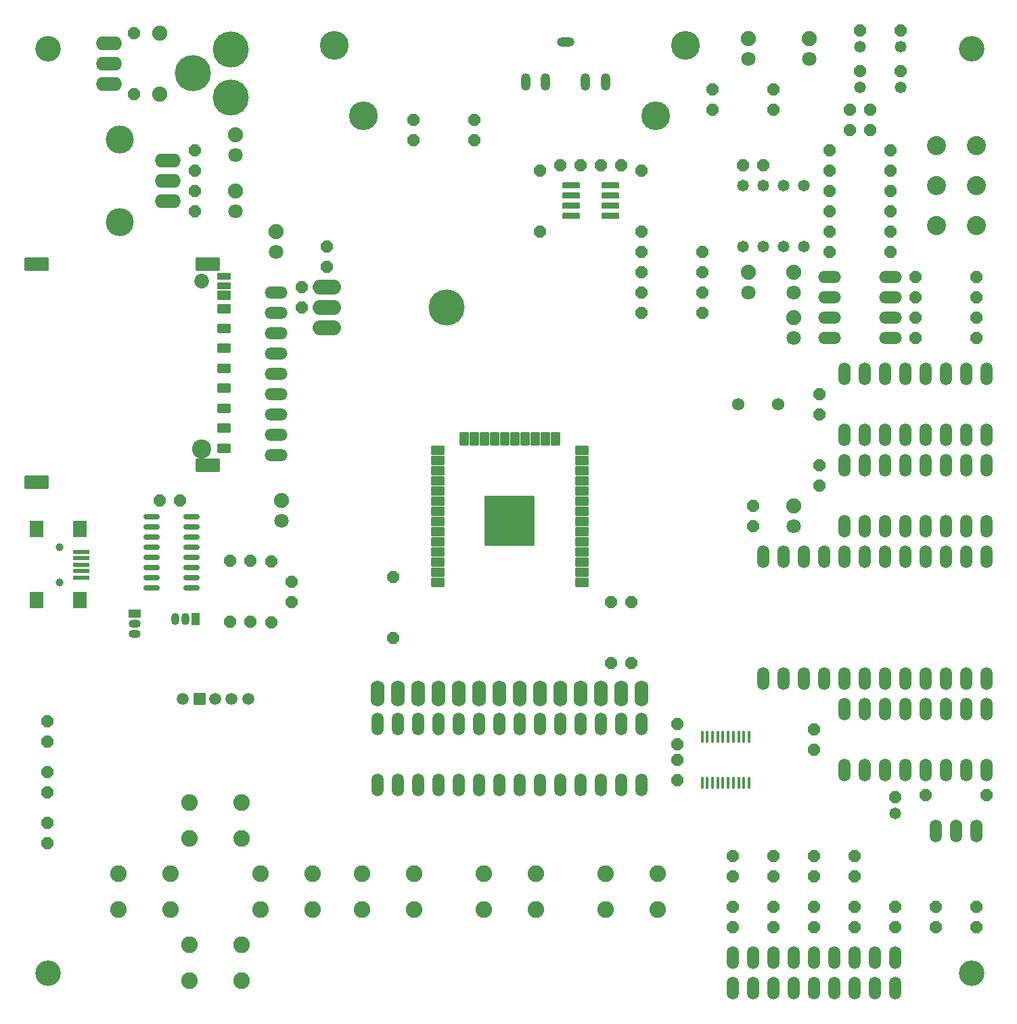
<source format=gbr>
%TF.GenerationSoftware,KiCad,Pcbnew,7.0.2*%
%TF.CreationDate,2024-05-21T23:12:13+08:00*%
%TF.ProjectId,MegaGRRLDesktop,4d656761-4752-4524-9c44-65736b746f70,rev?*%
%TF.SameCoordinates,Original*%
%TF.FileFunction,Soldermask,Top*%
%TF.FilePolarity,Negative*%
%FSLAX46Y46*%
G04 Gerber Fmt 4.6, Leading zero omitted, Abs format (unit mm)*
G04 Created by KiCad (PCBNEW 7.0.2) date 2024-05-21 23:12:13*
%MOMM*%
%LPD*%
G01*
G04 APERTURE LIST*
G04 Aperture macros list*
%AMRoundRect*
0 Rectangle with rounded corners*
0 $1 Rounding radius*
0 $2 $3 $4 $5 $6 $7 $8 $9 X,Y pos of 4 corners*
0 Add a 4 corners polygon primitive as box body*
4,1,4,$2,$3,$4,$5,$6,$7,$8,$9,$2,$3,0*
0 Add four circle primitives for the rounded corners*
1,1,$1+$1,$2,$3*
1,1,$1+$1,$4,$5*
1,1,$1+$1,$6,$7*
1,1,$1+$1,$8,$9*
0 Add four rect primitives between the rounded corners*
20,1,$1+$1,$2,$3,$4,$5,0*
20,1,$1+$1,$4,$5,$6,$7,0*
20,1,$1+$1,$6,$7,$8,$9,0*
20,1,$1+$1,$8,$9,$2,$3,0*%
%AMFreePoly0*
4,1,25,0.333266,0.742596,0.345389,0.732242,0.732242,0.345389,0.760749,0.289441,0.762000,0.273547,0.762000,-0.273547,0.742596,-0.333266,0.732242,-0.345389,0.345389,-0.732242,0.289441,-0.760749,0.273547,-0.762000,-0.273547,-0.762000,-0.333266,-0.742596,-0.345389,-0.732242,-0.732242,-0.345389,-0.760749,-0.289441,-0.762000,-0.273547,-0.762000,0.273547,-0.742596,0.333266,-0.732242,0.345389,
-0.345389,0.732242,-0.289441,0.760749,-0.273547,0.762000,0.273547,0.762000,0.333266,0.742596,0.333266,0.742596,$1*%
%AMFreePoly1*
4,1,25,0.391131,0.882296,0.403254,0.871942,0.871942,0.403254,0.900449,0.347306,0.901700,0.331412,0.901700,-0.331412,0.882296,-0.391131,0.871942,-0.403254,0.403254,-0.871942,0.347306,-0.900449,0.331412,-0.901700,-0.331412,-0.901700,-0.391131,-0.882296,-0.403254,-0.871942,-0.871942,-0.403254,-0.900449,-0.347306,-0.901700,-0.331412,-0.901700,0.331412,-0.882296,0.391131,-0.871942,0.403254,
-0.403254,0.871942,-0.347306,0.900449,-0.331412,0.901700,0.331412,0.901700,0.391131,0.882296,0.391131,0.882296,$1*%
%AMFreePoly2*
4,1,25,0.322745,0.717196,0.334868,0.706842,0.706842,0.334868,0.735349,0.278920,0.736600,0.263026,0.736600,-0.263026,0.717196,-0.322745,0.706842,-0.334868,0.334868,-0.706842,0.278920,-0.735349,0.263026,-0.736600,-0.263026,-0.736600,-0.322745,-0.717196,-0.334868,-0.706842,-0.706842,-0.334868,-0.735349,-0.278920,-0.736600,-0.263026,-0.736600,0.263026,-0.717196,0.322745,-0.706842,0.334868,
-0.334868,0.706842,-0.278920,0.735349,-0.263026,0.736600,0.263026,0.736600,0.322745,0.717196,0.322745,0.717196,$1*%
G04 Aperture macros list end*
%ADD10FreePoly0,0.000000*%
%ADD11FreePoly0,90.000000*%
%ADD12O,1.524000X2.844800*%
%ADD13FreePoly0,180.000000*%
%ADD14C,1.803400*%
%ADD15FreePoly1,90.000000*%
%ADD16C,1.473200*%
%ADD17FreePoly2,90.000000*%
%ADD18C,1.574800*%
%ADD19FreePoly0,270.000000*%
%ADD20C,2.082800*%
%ADD21O,2.844800X1.524000*%
%ADD22C,1.903200*%
%ADD23C,1.500000*%
%ADD24RoundRect,0.101600X-0.654000X-0.654000X0.654000X-0.654000X0.654000X0.654000X-0.654000X0.654000X0*%
%ADD25C,1.511200*%
%ADD26O,3.251200X1.727200*%
%ADD27O,1.727200X3.251200*%
%ADD28RoundRect,0.100000X0.100000X-0.637500X0.100000X0.637500X-0.100000X0.637500X-0.100000X-0.637500X0*%
%ADD29O,1.200000X2.200000*%
%ADD30O,2.200000X1.200000*%
%ADD31C,2.387600*%
%ADD32C,1.000000*%
%ADD33R,2.000000X0.500000*%
%ADD34R,1.700000X2.000000*%
%ADD35O,3.556000X1.879600*%
%ADD36C,4.521200*%
%ADD37R,1.050000X1.500000*%
%ADD38O,1.050000X1.500000*%
%ADD39C,3.505200*%
%ADD40RoundRect,0.101600X-0.750000X-0.500000X0.750000X-0.500000X0.750000X0.500000X-0.750000X0.500000X0*%
%ADD41RoundRect,0.101600X-0.750000X-0.350000X0.750000X-0.350000X0.750000X0.350000X-0.750000X0.350000X0*%
%ADD42RoundRect,0.101600X-1.400000X-0.750000X1.400000X-0.750000X1.400000X0.750000X-1.400000X0.750000X0*%
%ADD43C,1.853200*%
%ADD44C,2.403200*%
%ADD45RoundRect,0.150000X-0.825000X-0.150000X0.825000X-0.150000X0.825000X0.150000X-0.825000X0.150000X0*%
%ADD46RoundRect,0.101600X-0.990600X-0.279400X0.990600X-0.279400X0.990600X0.279400X-0.990600X0.279400X0*%
%ADD47R,1.500000X1.050000*%
%ADD48O,1.500000X1.050000*%
%ADD49RoundRect,0.101600X-0.750000X0.450000X-0.750000X-0.450000X0.750000X-0.450000X0.750000X0.450000X0*%
%ADD50RoundRect,0.101600X-0.450000X-0.750000X0.450000X-0.750000X0.450000X0.750000X-0.450000X0.750000X0*%
%ADD51RoundRect,0.101600X-3.000000X3.000000X-3.000000X-3.000000X3.000000X-3.000000X3.000000X3.000000X0*%
%ADD52C,3.600000*%
%ADD53C,3.200000*%
G04 APERTURE END LIST*
D10*
%TO.C,R28*%
X136436100Y-58648600D03*
X144056100Y-58648600D03*
%TD*%
D11*
%TO.C,LED9*%
X181521100Y-150723600D03*
X181521100Y-148183600D03*
%TD*%
D12*
%TO.C,R23*%
X206921100Y-145008600D03*
X201841100Y-145008600D03*
X204381100Y-145008600D03*
%TD*%
D13*
%TO.C,R5*%
X196126100Y-70078600D03*
X188506100Y-70078600D03*
%TD*%
D14*
%TO.C,C20*%
X178346100Y-48488600D03*
D15*
X178346100Y-45948600D03*
%TD*%
D16*
%TO.C,C16*%
X192316100Y-46964600D03*
D17*
X192316100Y-44932600D03*
%TD*%
D10*
%TO.C,C5*%
X177711100Y-61823600D03*
X180251100Y-61823600D03*
%TD*%
D18*
%TO.C,L1*%
X182079900Y-91668600D03*
X177076100Y-91668600D03*
%TD*%
D13*
%TO.C,R24*%
X172631100Y-77698600D03*
X165011100Y-77698600D03*
%TD*%
D19*
%TO.C,C35*%
X169456100Y-136118600D03*
X169456100Y-138658600D03*
%TD*%
D11*
%TO.C,R26*%
X101511100Y-52933600D03*
X101511100Y-45313600D03*
%TD*%
D13*
%TO.C,R9*%
X196126100Y-64998600D03*
X188506100Y-64998600D03*
%TD*%
D20*
%TO.C,SWC0*%
X160489900Y-150368000D03*
X166992300Y-150368000D03*
X160489900Y-154889200D03*
X166992300Y-154889200D03*
%TD*%
D21*
%TO.C,S1*%
X196126100Y-83413600D03*
X196126100Y-80873600D03*
X196126100Y-78333600D03*
X196126100Y-75793600D03*
X188506100Y-75793600D03*
X188506100Y-78333600D03*
X188506100Y-80873600D03*
X188506100Y-83413600D03*
%TD*%
D19*
%TO.C,C9*%
X121196100Y-113893600D03*
X121196100Y-116433600D03*
%TD*%
D13*
%TO.C,R11*%
X196126100Y-67538600D03*
X188506100Y-67538600D03*
%TD*%
D22*
%TO.C,D3*%
X104686100Y-45313600D03*
X104686100Y-52933600D03*
%TD*%
D19*
%TO.C,R31*%
X116078000Y-111252000D03*
X116078000Y-118872000D03*
%TD*%
D11*
%TO.C,R15*%
X165011100Y-70078600D03*
X165011100Y-62458600D03*
%TD*%
D23*
%TO.C,S2*%
X107571100Y-128498600D03*
X115771100Y-128498600D03*
D24*
X109671100Y-128498600D03*
D25*
X111671100Y-128498600D03*
X113671100Y-128498600D03*
%TD*%
D11*
%TO.C,LED5*%
X196761100Y-157073600D03*
X196761100Y-154533600D03*
%TD*%
D14*
%TO.C,C21*%
X185966100Y-48488600D03*
D15*
X185966100Y-45948600D03*
%TD*%
D13*
%TO.C,R19*%
X181521100Y-52298600D03*
X173901100Y-52298600D03*
%TD*%
D26*
%TO.C,IC6*%
X105702100Y-66268600D03*
X105702100Y-63728600D03*
X105702100Y-61188600D03*
%TD*%
D12*
%TO.C,IC2*%
X190411100Y-106908600D03*
X192951100Y-106908600D03*
X195491100Y-106908600D03*
X198031100Y-106908600D03*
X200571100Y-106908600D03*
X203111100Y-106908600D03*
X205651100Y-106908600D03*
X208191100Y-106908600D03*
X208191100Y-99288600D03*
X205651100Y-99288600D03*
X203111100Y-99288600D03*
X200571100Y-99288600D03*
X198031100Y-99288600D03*
X195491100Y-99288600D03*
X192951100Y-99288600D03*
X190411100Y-99288600D03*
%TD*%
D11*
%TO.C,R16*%
X152311100Y-70078600D03*
X152311100Y-62458600D03*
%TD*%
%TO.C,LED1*%
X176441100Y-157073600D03*
X176441100Y-154533600D03*
%TD*%
D27*
%TO.C,JP1*%
X131991100Y-127863600D03*
X134531100Y-127863600D03*
X137071100Y-127863600D03*
X139611100Y-127863600D03*
X142151100Y-127863600D03*
X144691100Y-127863600D03*
X147231100Y-127863600D03*
X149771100Y-127863600D03*
X152311100Y-127863600D03*
X154851100Y-127863600D03*
X157391100Y-127863600D03*
X159931100Y-127863600D03*
X162471100Y-127863600D03*
X165011100Y-127863600D03*
%TD*%
D28*
%TO.C,IC9*%
X172589000Y-139006500D03*
X173239000Y-139006500D03*
X173889000Y-139006500D03*
X174539000Y-139006500D03*
X175189000Y-139006500D03*
X175839000Y-139006500D03*
X176489000Y-139006500D03*
X177139000Y-139006500D03*
X177789000Y-139006500D03*
X178439000Y-139006500D03*
X178439000Y-133281500D03*
X177789000Y-133281500D03*
X177139000Y-133281500D03*
X176489000Y-133281500D03*
X175839000Y-133281500D03*
X175189000Y-133281500D03*
X174539000Y-133281500D03*
X173889000Y-133281500D03*
X173239000Y-133281500D03*
X172589000Y-133281500D03*
%TD*%
D13*
%TO.C,R7*%
X196126100Y-72618600D03*
X188506100Y-72618600D03*
%TD*%
%TO.C,R21*%
X206921100Y-80873600D03*
X199301100Y-80873600D03*
%TD*%
D11*
%TO.C,LED2*%
X181521100Y-157073600D03*
X181521100Y-154533600D03*
%TD*%
D20*
%TO.C,SWUP0*%
X108419900Y-141478000D03*
X114922300Y-141478000D03*
X108419900Y-145999200D03*
X114922300Y-145999200D03*
%TD*%
D16*
%TO.C,C8*%
X196761100Y-142849600D03*
D17*
X196761100Y-140817600D03*
%TD*%
D29*
%TO.C,J2*%
X160486100Y-51400000D03*
X157986100Y-51400000D03*
D30*
X155486100Y-46400000D03*
D29*
X150486100Y-51400000D03*
X152986100Y-51400000D03*
%TD*%
D19*
%TO.C,C29*%
X109131100Y-59918600D03*
X109131100Y-62458600D03*
%TD*%
D12*
%TO.C,RN3*%
X196761100Y-164693600D03*
X194221100Y-164693600D03*
X191681100Y-164693600D03*
X189141100Y-164693600D03*
X186601100Y-164693600D03*
X184061100Y-164693600D03*
X181521100Y-164693600D03*
X178981100Y-164693600D03*
X176441100Y-164693600D03*
%TD*%
D31*
%TO.C,R14*%
X206921100Y-69363600D03*
X206921100Y-64363600D03*
X206921100Y-59363600D03*
X201921100Y-69363600D03*
X201921100Y-64363600D03*
X201921100Y-59363600D03*
%TD*%
D20*
%TO.C,SWLEFT0*%
X99529900Y-150368000D03*
X106032300Y-150368000D03*
X99529900Y-154889200D03*
X106032300Y-154889200D03*
%TD*%
D10*
%TO.C,R27*%
X136436100Y-56108600D03*
X144056100Y-56108600D03*
%TD*%
D11*
%TO.C,C32*%
X122466100Y-79603600D03*
X122466100Y-77063600D03*
%TD*%
D14*
%TO.C,C2*%
X178346100Y-77698600D03*
D15*
X178346100Y-75158600D03*
%TD*%
D32*
%TO.C,J1*%
X92150000Y-109550000D03*
X92150000Y-113950000D03*
D33*
X94850000Y-110150000D03*
X94850000Y-110950000D03*
X94850000Y-111750000D03*
X94850000Y-112550000D03*
X94850000Y-113350000D03*
D34*
X94750000Y-107300000D03*
X89300000Y-107300000D03*
X94750000Y-116200000D03*
X89300000Y-116200000D03*
%TD*%
D12*
%TO.C,RN1*%
X196761100Y-160883600D03*
X194221100Y-160883600D03*
X191681100Y-160883600D03*
X189141100Y-160883600D03*
X186601100Y-160883600D03*
X184061100Y-160883600D03*
X181521100Y-160883600D03*
X178981100Y-160883600D03*
X176441100Y-160883600D03*
%TD*%
D20*
%TO.C,SWDOWN0*%
X108419900Y-159258000D03*
X114922300Y-159258000D03*
X108419900Y-163779200D03*
X114922300Y-163779200D03*
%TD*%
D11*
%TO.C,LED4*%
X191681100Y-157073600D03*
X191681100Y-154533600D03*
%TD*%
D35*
%TO.C,IC1*%
X125641100Y-77063600D03*
X125641100Y-79603600D03*
X125641100Y-82143600D03*
D36*
X140627100Y-79603600D03*
%TD*%
D21*
%TO.C,RN2*%
X119291100Y-77698600D03*
X119291100Y-80238600D03*
X119291100Y-82778600D03*
X119291100Y-85318600D03*
X119291100Y-87858600D03*
X119291100Y-90398600D03*
X119291100Y-92938600D03*
X119291100Y-95478600D03*
X119291100Y-98018600D03*
%TD*%
D19*
%TO.C,C1*%
X187236100Y-90398600D03*
X187236100Y-92938600D03*
%TD*%
D14*
%TO.C,C26*%
X114211100Y-67538600D03*
D15*
X114211100Y-64998600D03*
%TD*%
D13*
%TO.C,R17*%
X172631100Y-72618600D03*
X165011100Y-72618600D03*
%TD*%
D37*
%TO.C,Q3*%
X109220000Y-118512000D03*
D38*
X107950000Y-118512000D03*
X106680000Y-118512000D03*
%TD*%
D11*
%TO.C,LED6*%
X201841100Y-157073600D03*
X201841100Y-154533600D03*
%TD*%
%TO.C,LED3*%
X186601100Y-157073600D03*
X186601100Y-154533600D03*
%TD*%
D16*
%TO.C,IC5*%
X177711100Y-71983600D03*
X180251100Y-71983600D03*
X182791100Y-71983600D03*
X185331100Y-71983600D03*
X185331100Y-64363600D03*
X182791100Y-64363600D03*
X180251100Y-64363600D03*
X177711100Y-64363600D03*
%TD*%
D10*
%TO.C,R4*%
X188506100Y-62458600D03*
X196126100Y-62458600D03*
%TD*%
D14*
%TO.C,C33*%
X119291100Y-72618600D03*
D15*
X119291100Y-70078600D03*
%TD*%
D11*
%TO.C,LED11*%
X191681100Y-150723600D03*
X191681100Y-148183600D03*
%TD*%
D39*
%TO.C,KK1*%
X99707700Y-68884800D03*
X99707700Y-58572400D03*
%TD*%
D13*
%TO.C,C4*%
X193586100Y-57378600D03*
X191046100Y-57378600D03*
%TD*%
D11*
%TO.C,R1*%
X163741100Y-124053600D03*
X163741100Y-116433600D03*
%TD*%
%TO.C,LED12*%
X90678000Y-133858000D03*
X90678000Y-131318000D03*
%TD*%
D14*
%TO.C,C13*%
X184061100Y-106908600D03*
D15*
X184061100Y-104368600D03*
%TD*%
D11*
%TO.C,R13*%
X118656100Y-118973600D03*
X118656100Y-111353600D03*
%TD*%
D13*
%TO.C,C24*%
X107226100Y-103733600D03*
X104686100Y-103733600D03*
%TD*%
D10*
%TO.C,R6*%
X199301100Y-78333600D03*
X206921100Y-78333600D03*
%TD*%
D11*
%TO.C,LED13*%
X90678000Y-140208000D03*
X90678000Y-137668000D03*
%TD*%
D10*
%TO.C,R3*%
X188506100Y-59918600D03*
X196126100Y-59918600D03*
%TD*%
D12*
%TO.C,IC3*%
X190411100Y-95478600D03*
X192951100Y-95478600D03*
X195491100Y-95478600D03*
X198031100Y-95478600D03*
X200571100Y-95478600D03*
X203111100Y-95478600D03*
X205651100Y-95478600D03*
X208191100Y-95478600D03*
X208191100Y-87858600D03*
X205651100Y-87858600D03*
X203111100Y-87858600D03*
X200571100Y-87858600D03*
X198031100Y-87858600D03*
X195491100Y-87858600D03*
X192951100Y-87858600D03*
X190411100Y-87858600D03*
%TD*%
D11*
%TO.C,LED7*%
X206921100Y-157073600D03*
X206921100Y-154533600D03*
%TD*%
D13*
%TO.C,R22*%
X206921100Y-83413600D03*
X199301100Y-83413600D03*
%TD*%
D14*
%TO.C,C6*%
X184061100Y-77698600D03*
D15*
X184061100Y-75158600D03*
%TD*%
D13*
%TO.C,C18*%
X162471100Y-61823600D03*
X159931100Y-61823600D03*
%TD*%
D20*
%TO.C,SWA0*%
X130009900Y-150368000D03*
X136512300Y-150368000D03*
X130009900Y-154889200D03*
X136512300Y-154889200D03*
%TD*%
D16*
%TO.C,C14*%
X197396100Y-46964600D03*
D17*
X197396100Y-44932600D03*
%TD*%
D19*
%TO.C,C11*%
X186601100Y-132308600D03*
X186601100Y-134848600D03*
%TD*%
%TO.C,C25*%
X187236100Y-99288600D03*
X187236100Y-101828600D03*
%TD*%
D14*
%TO.C,C28*%
X114211100Y-60553600D03*
D15*
X114211100Y-58013600D03*
%TD*%
D11*
%TO.C,LED8*%
X176441100Y-150723600D03*
X176441100Y-148183600D03*
%TD*%
D12*
%TO.C,IC7*%
X205651100Y-110718600D03*
X205651100Y-125958600D03*
X208191100Y-110718600D03*
X200571100Y-110718600D03*
X203111100Y-110718600D03*
X198031100Y-110718600D03*
X195491100Y-110718600D03*
X192951100Y-110718600D03*
X185331100Y-110718600D03*
X182791100Y-125958600D03*
X185331100Y-125958600D03*
X187871100Y-125958600D03*
X190411100Y-125958600D03*
X192951100Y-125958600D03*
X195491100Y-125958600D03*
X198031100Y-125958600D03*
X200571100Y-125958600D03*
X180251100Y-125958600D03*
X208191100Y-125958600D03*
X180251100Y-110718600D03*
X187871100Y-110718600D03*
X190411100Y-110718600D03*
X203111100Y-125958600D03*
X182791100Y-110718600D03*
%TD*%
D40*
%TO.C,J3*%
X112756100Y-94698600D03*
X112756100Y-92198600D03*
X112756100Y-89698600D03*
X112756100Y-87198600D03*
X112756100Y-84698600D03*
X112756100Y-82198600D03*
X112756100Y-79768600D03*
X112756100Y-78068600D03*
X112756100Y-97198600D03*
D41*
X112756100Y-76868600D03*
X112756100Y-75668600D03*
D42*
X89256100Y-74173600D03*
X89256100Y-101473600D03*
X110756100Y-74173600D03*
X110756100Y-99273600D03*
D43*
X109956100Y-76323600D03*
D44*
X109956100Y-97323600D03*
%TD*%
D10*
%TO.C,R10*%
X200571100Y-140563600D03*
X208191100Y-140563600D03*
%TD*%
D13*
%TO.C,C19*%
X157391100Y-61823600D03*
X154851100Y-61823600D03*
%TD*%
D11*
%TO.C,C12*%
X178981100Y-106908600D03*
X178981100Y-104368600D03*
%TD*%
D12*
%TO.C,IC8*%
X203111100Y-137388600D03*
X200571100Y-137388600D03*
X195491100Y-129768600D03*
X205651100Y-129768600D03*
X203111100Y-129768600D03*
X200571100Y-129768600D03*
X198031100Y-129768600D03*
X192951100Y-129768600D03*
X190411100Y-137388600D03*
X192951100Y-137388600D03*
X195491100Y-137388600D03*
X208191100Y-137388600D03*
X208191100Y-129768600D03*
X198031100Y-137388600D03*
X205651100Y-137388600D03*
X190411100Y-129768600D03*
%TD*%
D10*
%TO.C,R8*%
X199301100Y-75793600D03*
X206921100Y-75793600D03*
%TD*%
D26*
%TO.C,Q1*%
X98336100Y-49123600D03*
X98336100Y-51663600D03*
X98336100Y-46583600D03*
%TD*%
D13*
%TO.C,C3*%
X193586100Y-54838600D03*
X191046100Y-54838600D03*
%TD*%
D45*
%TO.C,IC14*%
X103697000Y-105791000D03*
X103697000Y-107061000D03*
X103697000Y-108331000D03*
X103697000Y-109601000D03*
X103697000Y-110871000D03*
X103697000Y-112141000D03*
X103697000Y-113411000D03*
X103697000Y-114681000D03*
X108647000Y-114681000D03*
X108647000Y-113411000D03*
X108647000Y-112141000D03*
X108647000Y-110871000D03*
X108647000Y-109601000D03*
X108647000Y-108331000D03*
X108647000Y-107061000D03*
X108647000Y-105791000D03*
%TD*%
D13*
%TO.C,R18*%
X172631100Y-75158600D03*
X165011100Y-75158600D03*
%TD*%
D11*
%TO.C,R12*%
X133896100Y-120878600D03*
X133896100Y-113258600D03*
%TD*%
D36*
%TO.C,J4*%
X113576100Y-47298600D03*
X108876100Y-50298600D03*
X113576100Y-53298600D03*
%TD*%
D46*
%TO.C,IC11*%
X156197300Y-64363600D03*
X156197300Y-65633600D03*
X156197300Y-66903600D03*
X156197300Y-68173600D03*
X161124900Y-68173600D03*
X161124900Y-66903600D03*
X161124900Y-65633600D03*
X161124900Y-64363600D03*
%TD*%
D11*
%TO.C,C30*%
X109131100Y-67538600D03*
X109131100Y-64998600D03*
%TD*%
%TO.C,C31*%
X125641100Y-74523600D03*
X125641100Y-71983600D03*
%TD*%
D47*
%TO.C,Q2*%
X101600000Y-117856000D03*
D48*
X101600000Y-119126000D03*
X101600000Y-120396000D03*
%TD*%
D20*
%TO.C,SWRIGHT0*%
X117309900Y-150368000D03*
X123812300Y-150368000D03*
X117309900Y-154889200D03*
X123812300Y-154889200D03*
%TD*%
D16*
%TO.C,C17*%
X192316100Y-52044600D03*
D17*
X192316100Y-50012600D03*
%TD*%
D13*
%TO.C,R20*%
X181521100Y-54838600D03*
X173901100Y-54838600D03*
%TD*%
D10*
%TO.C,R25*%
X165011100Y-80238600D03*
X172631100Y-80238600D03*
%TD*%
D20*
%TO.C,SWB0*%
X145249900Y-150368000D03*
X151752300Y-150368000D03*
X145249900Y-154889200D03*
X151752300Y-154889200D03*
%TD*%
D11*
%TO.C,LED14*%
X90678000Y-146558000D03*
X90678000Y-144018000D03*
%TD*%
D14*
%TO.C,C7*%
X184061100Y-83413600D03*
D15*
X184061100Y-80873600D03*
%TD*%
D19*
%TO.C,R29*%
X113538000Y-111252000D03*
X113538000Y-118872000D03*
%TD*%
D49*
%TO.C,IC12*%
X157501100Y-113973600D03*
X157501100Y-112703600D03*
X157501100Y-111433600D03*
X157501100Y-110163600D03*
X157501100Y-108893600D03*
X157501100Y-107623600D03*
X157501100Y-106353600D03*
X157501100Y-105083600D03*
X157501100Y-103813600D03*
X157501100Y-102543600D03*
X157501100Y-101273600D03*
X157501100Y-100003600D03*
X157501100Y-98733600D03*
X157501100Y-97463600D03*
D50*
X154216100Y-95973600D03*
X152946100Y-95973600D03*
X151676100Y-95973600D03*
X150406100Y-95973600D03*
X149136100Y-95973600D03*
X147866100Y-95973600D03*
X146596100Y-95973600D03*
X145326100Y-95973600D03*
X144056100Y-95973600D03*
X142786100Y-95973600D03*
D49*
X139501100Y-97463600D03*
X139501100Y-98733600D03*
X139501100Y-100003600D03*
X139501100Y-101273600D03*
X139501100Y-102543600D03*
X139501100Y-103813600D03*
X139501100Y-105083600D03*
X139501100Y-106353600D03*
X139501100Y-107623600D03*
X139501100Y-108893600D03*
X139501100Y-110163600D03*
X139501100Y-111433600D03*
X139501100Y-112703600D03*
X139501100Y-113973600D03*
D51*
X148501100Y-106273600D03*
%TD*%
D16*
%TO.C,C15*%
X197396100Y-52044600D03*
D17*
X197396100Y-50012600D03*
%TD*%
D11*
%TO.C,C34*%
X169456100Y-134213600D03*
X169456100Y-131673600D03*
%TD*%
%TO.C,LED10*%
X186601100Y-150723600D03*
X186601100Y-148183600D03*
%TD*%
%TO.C,R2*%
X161201100Y-124053600D03*
X161201100Y-116433600D03*
%TD*%
D12*
%TO.C,IC4*%
X131991100Y-139293600D03*
X134531100Y-139293600D03*
X137071100Y-139293600D03*
X139611100Y-139293600D03*
X142151100Y-139293600D03*
X144691100Y-139293600D03*
X147231100Y-139293600D03*
X149771100Y-139293600D03*
X152311100Y-139293600D03*
X154851100Y-139293600D03*
X157391100Y-139293600D03*
X159931100Y-139293600D03*
X162471100Y-139293600D03*
X165011100Y-139293600D03*
X165011100Y-131673600D03*
X162471100Y-131673600D03*
X159931100Y-131673600D03*
X157391100Y-131673600D03*
X154851100Y-131673600D03*
X152311100Y-131673600D03*
X149771100Y-131673600D03*
X147231100Y-131673600D03*
X144691100Y-131673600D03*
X142151100Y-131673600D03*
X139611100Y-131673600D03*
X137071100Y-131673600D03*
X134531100Y-131673600D03*
X131991100Y-131673600D03*
%TD*%
D14*
%TO.C,C10*%
X119926100Y-106273600D03*
D15*
X119926100Y-103733600D03*
%TD*%
D52*
%TO.C,H1*%
X130213100Y-55600600D03*
%TD*%
%TO.C,H5*%
X126530100Y-46837600D03*
%TD*%
%TO.C,H2*%
X166789100Y-55600600D03*
%TD*%
D53*
%TO.C,H3*%
X90716100Y-47218600D03*
%TD*%
D52*
%TO.C,H6*%
X170472100Y-46837600D03*
%TD*%
D53*
%TO.C,H8*%
X206286100Y-47218600D03*
%TD*%
%TO.C,H4*%
X90716100Y-162788600D03*
%TD*%
%TO.C,H7*%
X206286100Y-162788600D03*
%TD*%
M02*

</source>
